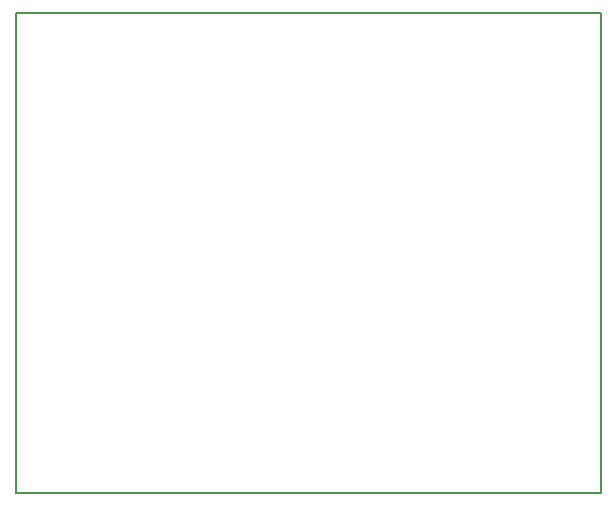
<source format=gbr>
%TF.GenerationSoftware,KiCad,Pcbnew,5.1.5+dfsg1-2build2*%
%TF.CreationDate,2021-07-06T16:50:00+02:00*%
%TF.ProjectId,airpcb_smd,61697270-6362-45f7-936d-642e6b696361,rev?*%
%TF.SameCoordinates,Original*%
%TF.FileFunction,Profile,NP*%
%FSLAX46Y46*%
G04 Gerber Fmt 4.6, Leading zero omitted, Abs format (unit mm)*
G04 Created by KiCad (PCBNEW 5.1.5+dfsg1-2build2) date 2021-07-06 16:50:00*
%MOMM*%
%LPD*%
G04 APERTURE LIST*
%TA.AperFunction,Profile*%
%ADD10C,0.150000*%
%TD*%
G04 APERTURE END LIST*
D10*
X50800000Y-9144000D02*
X100330000Y-9144000D01*
X50800000Y-49784000D02*
X50800000Y-9144000D01*
X100330000Y-49784000D02*
X50800000Y-49784000D01*
X100330000Y-9144000D02*
X100330000Y-49784000D01*
M02*

</source>
